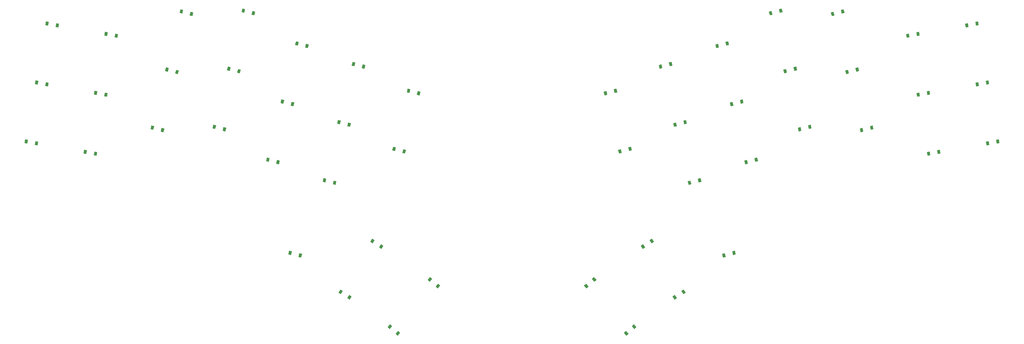
<source format=gbr>
%TF.GenerationSoftware,KiCad,Pcbnew,5.1.12-1.fc35*%
%TF.CreationDate,2022-03-12T21:09:43-08:00*%
%TF.ProjectId,jackalope_unibody,6a61636b-616c-46f7-9065-5f756e69626f,v1.0.0*%
%TF.SameCoordinates,Original*%
%TF.FileFunction,Paste,Top*%
%TF.FilePolarity,Positive*%
%FSLAX46Y46*%
G04 Gerber Fmt 4.6, Leading zero omitted, Abs format (unit mm)*
G04 Created by KiCad (PCBNEW 5.1.12-1.fc35) date 2022-03-12 21:09:43*
%MOMM*%
%LPD*%
G01*
G04 APERTURE LIST*
%ADD10C,0.100000*%
G04 APERTURE END LIST*
D10*
%TO.C,D1*%
G36*
X-3821943Y-9581898D02*
G01*
X-3613566Y-8400129D01*
X-2727239Y-8556412D01*
X-2935616Y-9738181D01*
X-3821943Y-9581898D01*
G37*
G36*
X-572077Y-10154936D02*
G01*
X-363700Y-8973167D01*
X522627Y-9129450D01*
X314250Y-10311219D01*
X-572077Y-10154936D01*
G37*
%TD*%
%TO.C,D2*%
G36*
X-522627Y9129450D02*
G01*
X-314250Y10311219D01*
X572077Y10154936D01*
X363700Y8973167D01*
X-522627Y9129450D01*
G37*
G36*
X2727239Y8556412D02*
G01*
X2935616Y9738181D01*
X3821943Y9581898D01*
X3613566Y8400129D01*
X2727239Y8556412D01*
G37*
%TD*%
%TO.C,D3*%
G36*
X2776688Y27840797D02*
G01*
X2985065Y29022566D01*
X3871392Y28866283D01*
X3663015Y27684514D01*
X2776688Y27840797D01*
G37*
G36*
X6026554Y27267759D02*
G01*
X6234931Y28449528D01*
X7121258Y28293245D01*
X6912881Y27111476D01*
X6026554Y27267759D01*
G37*
%TD*%
%TO.C,D4*%
G36*
X14889405Y-12881213D02*
G01*
X15097782Y-11699444D01*
X15984109Y-11855727D01*
X15775732Y-13037496D01*
X14889405Y-12881213D01*
G37*
G36*
X18139271Y-13454251D02*
G01*
X18347648Y-12272482D01*
X19233975Y-12428765D01*
X19025598Y-13610534D01*
X18139271Y-13454251D01*
G37*
%TD*%
%TO.C,D5*%
G36*
X18188720Y5830134D02*
G01*
X18397097Y7011903D01*
X19283424Y6855620D01*
X19075047Y5673851D01*
X18188720Y5830134D01*
G37*
G36*
X21438586Y5257096D02*
G01*
X21646963Y6438865D01*
X22533290Y6282582D01*
X22324913Y5100813D01*
X21438586Y5257096D01*
G37*
%TD*%
%TO.C,D6*%
G36*
X21488035Y24541482D02*
G01*
X21696412Y25723251D01*
X22582739Y25566968D01*
X22374362Y24385199D01*
X21488035Y24541482D01*
G37*
G36*
X24737901Y23968444D02*
G01*
X24946278Y25150213D01*
X25832605Y24993930D01*
X25624228Y23812161D01*
X24737901Y23968444D01*
G37*
%TD*%
%TO.C,D7*%
G36*
X36148497Y-5167902D02*
G01*
X36438803Y-4003547D01*
X37312069Y-4221276D01*
X37021763Y-5385631D01*
X36148497Y-5167902D01*
G37*
G36*
X39350473Y-5966244D02*
G01*
X39640779Y-4801889D01*
X40514045Y-5019618D01*
X40223739Y-6183973D01*
X39350473Y-5966244D01*
G37*
%TD*%
%TO.C,D8*%
G36*
X40745013Y13267717D02*
G01*
X41035319Y14432072D01*
X41908585Y14214343D01*
X41618279Y13049988D01*
X40745013Y13267717D01*
G37*
G36*
X43946989Y12469375D02*
G01*
X44237295Y13633730D01*
X45110561Y13416001D01*
X44820255Y12251646D01*
X43946989Y12469375D01*
G37*
%TD*%
%TO.C,D9*%
G36*
X45341529Y31703335D02*
G01*
X45631835Y32867690D01*
X46505101Y32649961D01*
X46214795Y31485606D01*
X45341529Y31703335D01*
G37*
G36*
X48543505Y30904993D02*
G01*
X48833811Y32069348D01*
X49707077Y31851619D01*
X49416771Y30687264D01*
X48543505Y30904993D01*
G37*
%TD*%
%TO.C,D10*%
G36*
X55793725Y-4912940D02*
G01*
X56084031Y-3748585D01*
X56957297Y-3966314D01*
X56666991Y-5130669D01*
X55793725Y-4912940D01*
G37*
G36*
X58995701Y-5711282D02*
G01*
X59286007Y-4546927D01*
X60159273Y-4764656D01*
X59868967Y-5929011D01*
X58995701Y-5711282D01*
G37*
%TD*%
%TO.C,D11*%
G36*
X60390241Y13522679D02*
G01*
X60680547Y14687034D01*
X61553813Y14469305D01*
X61263507Y13304950D01*
X60390241Y13522679D01*
G37*
G36*
X63592217Y12724337D02*
G01*
X63882523Y13888692D01*
X64755789Y13670963D01*
X64465483Y12506608D01*
X63592217Y12724337D01*
G37*
%TD*%
%TO.C,D12*%
G36*
X64986757Y31958298D02*
G01*
X65277063Y33122653D01*
X66150329Y32904924D01*
X65860023Y31740569D01*
X64986757Y31958298D01*
G37*
G36*
X68188733Y31159956D02*
G01*
X68479039Y32324311D01*
X69352305Y32106582D01*
X69061999Y30942227D01*
X68188733Y31159956D01*
G37*
%TD*%
%TO.C,D13*%
G36*
X72777813Y-15331230D02*
G01*
X73068119Y-14166875D01*
X73941385Y-14384604D01*
X73651079Y-15548959D01*
X72777813Y-15331230D01*
G37*
G36*
X75979789Y-16129572D02*
G01*
X76270095Y-14965217D01*
X77143361Y-15182946D01*
X76853055Y-16347301D01*
X75979789Y-16129572D01*
G37*
%TD*%
%TO.C,D14*%
G36*
X77374329Y3104389D02*
G01*
X77664635Y4268744D01*
X78537901Y4051015D01*
X78247595Y2886660D01*
X77374329Y3104389D01*
G37*
G36*
X80576305Y2306047D02*
G01*
X80866611Y3470402D01*
X81739877Y3252673D01*
X81449571Y2088318D01*
X80576305Y2306047D01*
G37*
%TD*%
%TO.C,D15*%
G36*
X81970845Y21540008D02*
G01*
X82261151Y22704363D01*
X83134417Y22486634D01*
X82844111Y21322279D01*
X81970845Y21540008D01*
G37*
G36*
X85172821Y20741666D02*
G01*
X85463127Y21906021D01*
X86336393Y21688292D01*
X86046087Y20523937D01*
X85172821Y20741666D01*
G37*
%TD*%
%TO.C,D16*%
G36*
X90729588Y-21868338D02*
G01*
X91019894Y-20703983D01*
X91893160Y-20921712D01*
X91602854Y-22086067D01*
X90729588Y-21868338D01*
G37*
G36*
X93931564Y-22666680D02*
G01*
X94221870Y-21502325D01*
X95095136Y-21720054D01*
X94804830Y-22884409D01*
X93931564Y-22666680D01*
G37*
%TD*%
%TO.C,D17*%
G36*
X95326104Y-3432719D02*
G01*
X95616410Y-2268364D01*
X96489676Y-2486093D01*
X96199370Y-3650448D01*
X95326104Y-3432719D01*
G37*
G36*
X98528080Y-4231061D02*
G01*
X98818386Y-3066706D01*
X99691652Y-3284435D01*
X99401346Y-4448790D01*
X98528080Y-4231061D01*
G37*
%TD*%
%TO.C,D18*%
G36*
X99922620Y15002900D02*
G01*
X100212926Y16167255D01*
X101086192Y15949526D01*
X100795886Y14785171D01*
X99922620Y15002900D01*
G37*
G36*
X103124596Y14204558D02*
G01*
X103414902Y15368913D01*
X104288168Y15151184D01*
X103997862Y13986829D01*
X103124596Y14204558D01*
G37*
%TD*%
%TO.C,D19*%
G36*
X112794035Y-11910418D02*
G01*
X113084341Y-10746063D01*
X113957607Y-10963792D01*
X113667301Y-12128147D01*
X112794035Y-11910418D01*
G37*
G36*
X115996011Y-12708760D02*
G01*
X116286317Y-11544405D01*
X117159583Y-11762134D01*
X116869277Y-12926489D01*
X115996011Y-12708760D01*
G37*
%TD*%
%TO.C,D20*%
G36*
X117390551Y6525201D02*
G01*
X117680857Y7689556D01*
X118554123Y7471827D01*
X118263817Y6307472D01*
X117390551Y6525201D01*
G37*
G36*
X120592527Y5726859D02*
G01*
X120882833Y6891214D01*
X121756099Y6673485D01*
X121465793Y5509130D01*
X120592527Y5726859D01*
G37*
%TD*%
%TO.C,D21*%
G36*
X79830062Y-44916121D02*
G01*
X80120368Y-43751766D01*
X80993634Y-43969495D01*
X80703328Y-45133850D01*
X79830062Y-44916121D01*
G37*
G36*
X83032038Y-45714463D02*
G01*
X83322344Y-44550108D01*
X84195610Y-44767837D01*
X83905304Y-45932192D01*
X83032038Y-45714463D01*
G37*
%TD*%
%TO.C,D22*%
G36*
X105795864Y-40936335D02*
G01*
X106431767Y-39918677D01*
X107195010Y-40395605D01*
X106559107Y-41413263D01*
X105795864Y-40936335D01*
G37*
G36*
X108594422Y-42685069D02*
G01*
X109230325Y-41667411D01*
X109993568Y-42144339D01*
X109357665Y-43161997D01*
X108594422Y-42685069D01*
G37*
%TD*%
%TO.C,D23*%
G36*
X124015300Y-53039745D02*
G01*
X124786646Y-52120492D01*
X125476086Y-52699001D01*
X124704740Y-53618254D01*
X124015300Y-53039745D01*
G37*
G36*
X126543246Y-55160945D02*
G01*
X127314592Y-54241692D01*
X128004032Y-54820201D01*
X127232686Y-55739454D01*
X126543246Y-55160945D01*
G37*
%TD*%
%TO.C,D24*%
G36*
X95727398Y-57049249D02*
G01*
X96363301Y-56031591D01*
X97126544Y-56508519D01*
X96490641Y-57526177D01*
X95727398Y-57049249D01*
G37*
G36*
X98525956Y-58797983D02*
G01*
X99161859Y-57780325D01*
X99925102Y-58257253D01*
X99289199Y-59274911D01*
X98525956Y-58797983D01*
G37*
%TD*%
%TO.C,D25*%
G36*
X111321341Y-67995216D02*
G01*
X112092687Y-67075963D01*
X112782127Y-67654472D01*
X112010781Y-68573725D01*
X111321341Y-67995216D01*
G37*
G36*
X113849287Y-70116416D02*
G01*
X114620633Y-69197163D01*
X115310073Y-69775672D01*
X114538727Y-70694925D01*
X113849287Y-70116416D01*
G37*
%TD*%
%TO.C,D26*%
G36*
X301284381Y-10311219D02*
G01*
X301076004Y-9129450D01*
X301962331Y-8973167D01*
X302170708Y-10154936D01*
X301284381Y-10311219D01*
G37*
G36*
X304534247Y-9738181D02*
G01*
X304325870Y-8556412D01*
X305212197Y-8400129D01*
X305420574Y-9581898D01*
X304534247Y-9738181D01*
G37*
%TD*%
%TO.C,D27*%
G36*
X297985065Y8400129D02*
G01*
X297776688Y9581898D01*
X298663015Y9738181D01*
X298871392Y8556412D01*
X297985065Y8400129D01*
G37*
G36*
X301234931Y8973167D02*
G01*
X301026554Y10154936D01*
X301912881Y10311219D01*
X302121258Y9129450D01*
X301234931Y8973167D01*
G37*
%TD*%
%TO.C,D28*%
G36*
X294685750Y27111476D02*
G01*
X294477373Y28293245D01*
X295363700Y28449528D01*
X295572077Y27267759D01*
X294685750Y27111476D01*
G37*
G36*
X297935616Y27684514D02*
G01*
X297727239Y28866283D01*
X298613566Y29022566D01*
X298821943Y27840797D01*
X297935616Y27684514D01*
G37*
%TD*%
%TO.C,D29*%
G36*
X282573033Y-13610534D02*
G01*
X282364656Y-12428765D01*
X283250983Y-12272482D01*
X283459360Y-13454251D01*
X282573033Y-13610534D01*
G37*
G36*
X285822899Y-13037496D02*
G01*
X285614522Y-11855727D01*
X286500849Y-11699444D01*
X286709226Y-12881213D01*
X285822899Y-13037496D01*
G37*
%TD*%
%TO.C,D30*%
G36*
X279273718Y5100813D02*
G01*
X279065341Y6282582D01*
X279951668Y6438865D01*
X280160045Y5257096D01*
X279273718Y5100813D01*
G37*
G36*
X282523584Y5673851D02*
G01*
X282315207Y6855620D01*
X283201534Y7011903D01*
X283409911Y5830134D01*
X282523584Y5673851D01*
G37*
%TD*%
%TO.C,D31*%
G36*
X275974403Y23812161D02*
G01*
X275766026Y24993930D01*
X276652353Y25150213D01*
X276860730Y23968444D01*
X275974403Y23812161D01*
G37*
G36*
X279224269Y24385199D02*
G01*
X279015892Y25566968D01*
X279902219Y25723251D01*
X280110596Y24541482D01*
X279224269Y24385199D01*
G37*
%TD*%
%TO.C,D32*%
G36*
X261374892Y-6183973D02*
G01*
X261084586Y-5019618D01*
X261957852Y-4801889D01*
X262248158Y-5966244D01*
X261374892Y-6183973D01*
G37*
G36*
X264576868Y-5385631D02*
G01*
X264286562Y-4221276D01*
X265159828Y-4003547D01*
X265450134Y-5167902D01*
X264576868Y-5385631D01*
G37*
%TD*%
%TO.C,D33*%
G36*
X256778376Y12251646D02*
G01*
X256488070Y13416001D01*
X257361336Y13633730D01*
X257651642Y12469375D01*
X256778376Y12251646D01*
G37*
G36*
X259980352Y13049988D02*
G01*
X259690046Y14214343D01*
X260563312Y14432072D01*
X260853618Y13267717D01*
X259980352Y13049988D01*
G37*
%TD*%
%TO.C,D34*%
G36*
X252181860Y30687264D02*
G01*
X251891554Y31851619D01*
X252764820Y32069348D01*
X253055126Y30904993D01*
X252181860Y30687264D01*
G37*
G36*
X255383836Y31485606D02*
G01*
X255093530Y32649961D01*
X255966796Y32867690D01*
X256257102Y31703335D01*
X255383836Y31485606D01*
G37*
%TD*%
%TO.C,D35*%
G36*
X241729663Y-5929011D02*
G01*
X241439357Y-4764656D01*
X242312623Y-4546927D01*
X242602929Y-5711282D01*
X241729663Y-5929011D01*
G37*
G36*
X244931639Y-5130669D02*
G01*
X244641333Y-3966314D01*
X245514599Y-3748585D01*
X245804905Y-4912940D01*
X244931639Y-5130669D01*
G37*
%TD*%
%TO.C,D36*%
G36*
X237133147Y12506608D02*
G01*
X236842841Y13670963D01*
X237716107Y13888692D01*
X238006413Y12724337D01*
X237133147Y12506608D01*
G37*
G36*
X240335123Y13304950D02*
G01*
X240044817Y14469305D01*
X240918083Y14687034D01*
X241208389Y13522679D01*
X240335123Y13304950D01*
G37*
%TD*%
%TO.C,D37*%
G36*
X232536631Y30942227D02*
G01*
X232246325Y32106582D01*
X233119591Y32324311D01*
X233409897Y31159956D01*
X232536631Y30942227D01*
G37*
G36*
X235738607Y31740569D02*
G01*
X235448301Y32904924D01*
X236321567Y33122653D01*
X236611873Y31958298D01*
X235738607Y31740569D01*
G37*
%TD*%
%TO.C,D38*%
G36*
X224745576Y-16347301D02*
G01*
X224455270Y-15182946D01*
X225328536Y-14965217D01*
X225618842Y-16129572D01*
X224745576Y-16347301D01*
G37*
G36*
X227947552Y-15548959D02*
G01*
X227657246Y-14384604D01*
X228530512Y-14166875D01*
X228820818Y-15331230D01*
X227947552Y-15548959D01*
G37*
%TD*%
%TO.C,D39*%
G36*
X220149060Y2088318D02*
G01*
X219858754Y3252673D01*
X220732020Y3470402D01*
X221022326Y2306047D01*
X220149060Y2088318D01*
G37*
G36*
X223351036Y2886660D02*
G01*
X223060730Y4051015D01*
X223933996Y4268744D01*
X224224302Y3104389D01*
X223351036Y2886660D01*
G37*
%TD*%
%TO.C,D40*%
G36*
X215552544Y20523937D02*
G01*
X215262238Y21688292D01*
X216135504Y21906021D01*
X216425810Y20741666D01*
X215552544Y20523937D01*
G37*
G36*
X218754520Y21322279D02*
G01*
X218464214Y22486634D01*
X219337480Y22704363D01*
X219627786Y21540008D01*
X218754520Y21322279D01*
G37*
%TD*%
%TO.C,D41*%
G36*
X206793801Y-22884409D02*
G01*
X206503495Y-21720054D01*
X207376761Y-21502325D01*
X207667067Y-22666680D01*
X206793801Y-22884409D01*
G37*
G36*
X209995777Y-22086067D02*
G01*
X209705471Y-20921712D01*
X210578737Y-20703983D01*
X210869043Y-21868338D01*
X209995777Y-22086067D01*
G37*
%TD*%
%TO.C,D42*%
G36*
X202197285Y-4448790D02*
G01*
X201906979Y-3284435D01*
X202780245Y-3066706D01*
X203070551Y-4231061D01*
X202197285Y-4448790D01*
G37*
G36*
X205399261Y-3650448D02*
G01*
X205108955Y-2486093D01*
X205982221Y-2268364D01*
X206272527Y-3432719D01*
X205399261Y-3650448D01*
G37*
%TD*%
%TO.C,D43*%
G36*
X197600769Y13986829D02*
G01*
X197310463Y15151184D01*
X198183729Y15368913D01*
X198474035Y14204558D01*
X197600769Y13986829D01*
G37*
G36*
X200802745Y14785171D02*
G01*
X200512439Y15949526D01*
X201385705Y16167255D01*
X201676011Y15002900D01*
X200802745Y14785171D01*
G37*
%TD*%
%TO.C,D44*%
G36*
X184729354Y-12926489D02*
G01*
X184439048Y-11762134D01*
X185312314Y-11544405D01*
X185602620Y-12708760D01*
X184729354Y-12926489D01*
G37*
G36*
X187931330Y-12128147D02*
G01*
X187641024Y-10963792D01*
X188514290Y-10746063D01*
X188804596Y-11910418D01*
X187931330Y-12128147D01*
G37*
%TD*%
%TO.C,D45*%
G36*
X180132838Y5509130D02*
G01*
X179842532Y6673485D01*
X180715798Y6891214D01*
X181006104Y5726859D01*
X180132838Y5509130D01*
G37*
G36*
X183334814Y6307472D02*
G01*
X183044508Y7471827D01*
X183917774Y7689556D01*
X184208080Y6525201D01*
X183334814Y6307472D01*
G37*
%TD*%
%TO.C,D46*%
G36*
X217693327Y-45932192D02*
G01*
X217403021Y-44767837D01*
X218276287Y-44550108D01*
X218566593Y-45714463D01*
X217693327Y-45932192D01*
G37*
G36*
X220895303Y-45133850D02*
G01*
X220604997Y-43969495D01*
X221478263Y-43751766D01*
X221768569Y-44916121D01*
X220895303Y-45133850D01*
G37*
%TD*%
%TO.C,D47*%
G36*
X192240966Y-43161997D02*
G01*
X191605063Y-42144339D01*
X192368306Y-41667411D01*
X193004209Y-42685069D01*
X192240966Y-43161997D01*
G37*
G36*
X195039524Y-41413263D02*
G01*
X194403621Y-40395605D01*
X195166864Y-39918677D01*
X195802767Y-40936335D01*
X195039524Y-41413263D01*
G37*
%TD*%
%TO.C,D48*%
G36*
X174365945Y-55739454D02*
G01*
X173594599Y-54820201D01*
X174284039Y-54241692D01*
X175055385Y-55160945D01*
X174365945Y-55739454D01*
G37*
G36*
X176893891Y-53618254D02*
G01*
X176122545Y-52699001D01*
X176811985Y-52120492D01*
X177583331Y-53039745D01*
X176893891Y-53618254D01*
G37*
%TD*%
%TO.C,D49*%
G36*
X202309432Y-59274911D02*
G01*
X201673529Y-58257253D01*
X202436772Y-57780325D01*
X203072675Y-58797983D01*
X202309432Y-59274911D01*
G37*
G36*
X205107990Y-57526177D02*
G01*
X204472087Y-56508519D01*
X205235330Y-56031591D01*
X205871233Y-57049249D01*
X205107990Y-57526177D01*
G37*
%TD*%
%TO.C,D50*%
G36*
X187059904Y-70694925D02*
G01*
X186288558Y-69775672D01*
X186977998Y-69197163D01*
X187749344Y-70116416D01*
X187059904Y-70694925D01*
G37*
G36*
X189587850Y-68573725D02*
G01*
X188816504Y-67654472D01*
X189505944Y-67075963D01*
X190277290Y-67995216D01*
X189587850Y-68573725D01*
G37*
%TD*%
M02*

</source>
